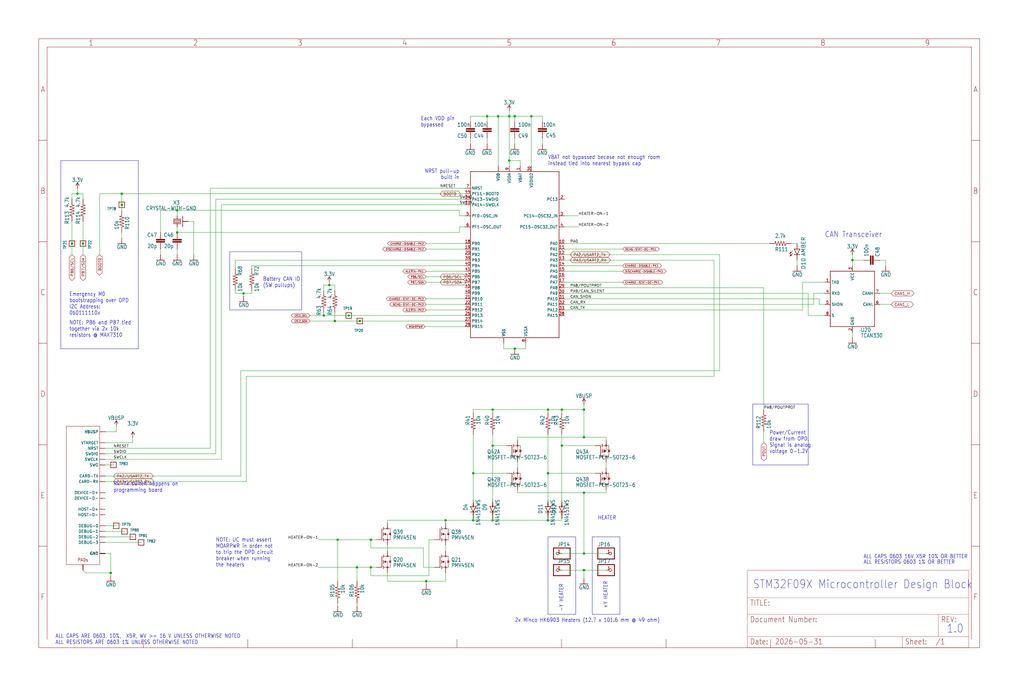
<source format=kicad_sch>
(kicad_sch (version 20230121) (generator eeschema)
  (paper "User" 469.9 317.551)
  (junction (at 153.67 147.32))
  (junction (at 195.58 266.7))
  (junction (at 38.1 111.76))
  (junction (at 257.81 187.96))
  (junction (at 50.8 262.89))
  (junction (at 217.17 238.76))
  (junction (at 170.18 247.65))
  (junction (at 267.97 226.06))
  (junction (at 217.17 217.17))
  (junction (at 391.16 119.38))
  (junction (at 226.06 187.96))
  (junction (at 267.97 200.66))
  (junction (at 81.28 106.68))
  (junction (at 33.02 111.76))
  (junction (at 165.1 147.32))
  (junction (at 81.28 96.52))
  (junction (at 204.47 238.76))
  (junction (at 236.22 160.02))
  (junction (at 163.83 260.35))
  (junction (at 251.46 238.76))
  (junction (at 228.6 53.34))
  (junction (at 111.76 134.62))
  (junction (at 267.97 187.96))
  (junction (at 154.94 247.65))
  (junction (at 223.52 53.34))
  (junction (at 236.22 53.34))
  (junction (at 35.56 88.9))
  (junction (at 151.13 130.81))
  (junction (at 55.88 88.9))
  (junction (at 243.84 53.34))
  (junction (at 233.68 73.66))
  (junction (at 251.46 187.96))
  (junction (at 267.97 261.62))
  (junction (at 55.88 93.98))
  (junction (at 257.81 204.47))
  (junction (at 226.06 238.76))
  (junction (at 160.02 144.78))
  (junction (at 148.59 144.78))
  (junction (at 170.18 260.35))
  (junction (at 233.68 53.34))
  (junction (at 226.06 204.47))
  (junction (at 267.97 254))
  (junction (at 251.46 217.17))
  (wire (pts (xy 204.47 266.7) (xy 195.58 266.7)) (stroke (width 0.1524)))
  (wire (pts (xy 53.34 198.12) (xy 53.34 195.58)) (stroke (width 0.1524)))
  (wire (pts (xy 210.82 96.52) (xy 81.28 96.52)) (stroke (width 0.1524)))
  (wire (pts (xy 107.95 119.38) (xy 107.95 123.19)) (stroke (width 0.1524)))
  (wire (pts (xy 330.2 116.84) (xy 330.2 170.18)) (stroke (width 0.1524)))
  (wire (pts (xy 148.59 143.51) (xy 148.59 144.78)) (stroke (width 0.1524)))
  (wire (pts (xy 259.08 114.3) (xy 285.75 114.3)) (stroke (width 0.1524)))
  (wire (pts (xy 81.28 106.68) (xy 81.28 104.14)) (stroke (width 0.1524)))
  (wire (pts (xy 213.36 139.7) (xy 195.58 139.7)) (stroke (width 0.1524)))
  (wire (pts (xy 251.46 199.39) (xy 251.46 217.17)) (stroke (width 0.1524)))
  (wire (pts (xy 226.06 187.96) (xy 251.46 187.96)) (stroke (width 0.1524)))
  (wire (pts (xy 160.02 144.78) (xy 148.59 144.78)) (stroke (width 0.1524)))
  (wire (pts (xy 226.06 236.22) (xy 226.06 238.76)) (stroke (width 0.1524)))
  (wire (pts (xy 204.47 240.03) (xy 204.47 238.76)) (stroke (width 0.1524)))
  (wire (pts (xy 33.02 88.9) (xy 35.56 88.9)) (stroke (width 0.1524)))
  (wire (pts (xy 170.18 251.46) (xy 170.18 247.65)) (stroke (width 0.1524)))
  (wire (pts (xy 177.8 266.7) (xy 177.8 262.89)) (stroke (width 0.1524)))
  (wire (pts (xy 154.94 278.13) (xy 154.94 276.86)) (stroke (width 0.1524)))
  (wire (pts (xy 99.06 208.28) (xy 99.06 91.44)) (stroke (width 0.1524)))
  (wire (pts (xy 48.26 203.2) (xy 60.96 203.2)) (stroke (width 0.1524)))
  (polyline (pts (xy 138.43 142.24) (xy 105.41 142.24)) (stroke (width 0.1524) (type solid)))
  (wire (pts (xy 73.66 106.68) (xy 73.66 96.52)) (stroke (width 0.1524)))
  (wire (pts (xy 368.3 129.54) (xy 368.3 142.24)) (stroke (width 0.1524)))
  (wire (pts (xy 257.81 187.96) (xy 267.97 187.96)) (stroke (width 0.1524)))
  (polyline (pts (xy 63.5 73.66) (xy 27.94 73.66)) (stroke (width 0.1524) (type solid)))
  (wire (pts (xy 236.22 63.5) (xy 236.22 66.04)) (stroke (width 0.1524)))
  (wire (pts (xy 170.18 260.35) (xy 163.83 260.35)) (stroke (width 0.1524)))
  (wire (pts (xy 154.94 247.65) (xy 170.18 247.65)) (stroke (width 0.1524)))
  (wire (pts (xy 213.36 129.54) (xy 195.58 129.54)) (stroke (width 0.1524)))
  (wire (pts (xy 213.36 144.78) (xy 160.02 144.78)) (stroke (width 0.1524)))
  (wire (pts (xy 154.94 247.65) (xy 146.05 247.65)) (stroke (width 0.1524)))
  (wire (pts (xy 278.13 214.63) (xy 278.13 212.09)) (stroke (width 0.1524)))
  (wire (pts (xy 110.49 218.44) (xy 48.26 218.44)) (stroke (width 0.1524)))
  (wire (pts (xy 111.76 135.89) (xy 111.76 134.62)) (stroke (width 0.1524)))
  (wire (pts (xy 257.81 204.47) (xy 257.81 199.39)) (stroke (width 0.1524)))
  (wire (pts (xy 210.82 104.14) (xy 210.82 106.68)) (stroke (width 0.1524)))
  (wire (pts (xy 115.57 123.19) (xy 115.57 121.92)) (stroke (width 0.1524)))
  (wire (pts (xy 151.13 130.81) (xy 153.67 130.81)) (stroke (width 0.1524)))
  (polyline (pts (xy 138.43 115.57) (xy 138.43 142.24)) (stroke (width 0.1524) (type solid)))
  (wire (pts (xy 330.2 170.18) (xy 110.49 170.18)) (stroke (width 0.1524)))
  (wire (pts (xy 267.97 254) (xy 278.13 254)) (stroke (width 0.1524)))
  (wire (pts (xy 64.77 248.92) (xy 48.26 248.92)) (stroke (width 0.1524)))
  (wire (pts (xy 196.85 247.65) (xy 196.85 264.16)) (stroke (width 0.1524)))
  (wire (pts (xy 365.76 119.38) (xy 365.76 121.92)) (stroke (width 0.1524)))
  (wire (pts (xy 391.16 119.38) (xy 391.16 116.84)) (stroke (width 0.1524)))
  (wire (pts (xy 217.17 238.76) (xy 226.06 238.76)) (stroke (width 0.1524)))
  (polyline (pts (xy 271.78 281.94) (xy 284.48 281.94)) (stroke (width 0.1524) (type solid)))
  (wire (pts (xy 38.1 261.62) (xy 39.37 262.89)) (stroke (width 0.1524)))
  (wire (pts (xy 73.66 116.84) (xy 73.66 114.3)) (stroke (width 0.1524)))
  (polyline (pts (xy 370.84 213.36) (xy 370.84 185.42)) (stroke (width 0.1524) (type solid)))
  (wire (pts (xy 226.06 204.47) (xy 226.06 199.39)) (stroke (width 0.1524)))
  (wire (pts (xy 238.76 73.66) (xy 233.68 73.66)) (stroke (width 0.1524)))
  (wire (pts (xy 391.16 121.92) (xy 391.16 119.38)) (stroke (width 0.1524)))
  (wire (pts (xy 165.1 147.32) (xy 153.67 147.32)) (stroke (width 0.1524)))
  (wire (pts (xy 39.37 262.89) (xy 50.8 262.89)) (stroke (width 0.1524)))
  (wire (pts (xy 38.1 88.9) (xy 38.1 91.44)) (stroke (width 0.1524)))
  (wire (pts (xy 163.83 278.13) (xy 163.83 276.86)) (stroke (width 0.1524)))
  (wire (pts (xy 278.13 226.06) (xy 278.13 224.79)) (stroke (width 0.1524)))
  (wire (pts (xy 391.16 119.38) (xy 396.24 119.38)) (stroke (width 0.1524)))
  (wire (pts (xy 350.52 132.08) (xy 259.08 132.08)) (stroke (width 0.1524)))
  (wire (pts (xy 213.36 142.24) (xy 195.58 142.24)) (stroke (width 0.1524)))
  (wire (pts (xy 195.072 149.86) (xy 213.36 149.86)) (stroke (width 0.1524)))
  (wire (pts (xy 378.46 129.54) (xy 368.3 129.54)) (stroke (width 0.1524)))
  (wire (pts (xy 215.9 53.34) (xy 223.52 53.34)) (stroke (width 0.1524)))
  (wire (pts (xy 55.88 96.52) (xy 55.88 93.98)) (stroke (width 0.1524)))
  (wire (pts (xy 170.18 264.16) (xy 170.18 260.35)) (stroke (width 0.1524)))
  (wire (pts (xy 350.52 187.96) (xy 350.52 132.08)) (stroke (width 0.1524)))
  (wire (pts (xy 213.36 137.16) (xy 195.58 137.16)) (stroke (width 0.1524)))
  (wire (pts (xy 236.22 160.02) (xy 231.14 160.02)) (stroke (width 0.1524)))
  (wire (pts (xy 213.36 111.76) (xy 195.58 111.76)) (stroke (width 0.1524)))
  (polyline (pts (xy 264.16 281.94) (xy 264.16 246.38)) (stroke (width 0.1524) (type solid)))
  (wire (pts (xy 257.81 189.23) (xy 257.81 187.96)) (stroke (width 0.1524)))
  (wire (pts (xy 115.57 134.62) (xy 115.57 133.35)) (stroke (width 0.1524)))
  (wire (pts (xy 248.92 66.04) (xy 248.92 63.5)) (stroke (width 0.1524)))
  (wire (pts (xy 213.36 104.14) (xy 210.82 104.14)) (stroke (width 0.1524)))
  (wire (pts (xy 259.08 121.92) (xy 285.75 121.92)) (stroke (width 0.1524)))
  (wire (pts (xy 267.97 265.43) (xy 267.97 261.62)) (stroke (width 0.1524)))
  (wire (pts (xy 251.46 217.17) (xy 273.05 217.17)) (stroke (width 0.1524)))
  (wire (pts (xy 153.67 130.81) (xy 153.67 133.35)) (stroke (width 0.1524)))
  (polyline (pts (xy 264.16 246.38) (xy 251.46 246.38)) (stroke (width 0.1524) (type solid)))
  (polyline (pts (xy 284.48 246.38) (xy 271.78 246.38)) (stroke (width 0.1524) (type solid)))
  (wire (pts (xy 228.6 76.2) (xy 228.6 53.34)) (stroke (width 0.1524)))
  (wire (pts (xy 217.17 187.96) (xy 217.17 189.23)) (stroke (width 0.1524)))
  (wire (pts (xy 170.18 264.16) (xy 196.85 264.16)) (stroke (width 0.1524)))
  (wire (pts (xy 48.26 198.12) (xy 53.34 198.12)) (stroke (width 0.1524)))
  (wire (pts (xy 107.95 133.35) (xy 107.95 134.62)) (stroke (width 0.1524)))
  (wire (pts (xy 236.22 53.34) (xy 233.68 53.34)) (stroke (width 0.1524)))
  (wire (pts (xy 406.4 119.38) (xy 406.4 121.92)) (stroke (width 0.1524)))
  (wire (pts (xy 99.06 208.28) (xy 48.26 208.28)) (stroke (width 0.1524)))
  (wire (pts (xy 391.16 154.94) (xy 391.16 152.4)) (stroke (width 0.1524)))
  (polyline (pts (xy 284.48 281.94) (xy 284.48 246.38)) (stroke (width 0.1524) (type solid)))
  (wire (pts (xy 115.57 121.92) (xy 213.36 121.92)) (stroke (width 0.1524)))
  (wire (pts (xy 38.1 116.84) (xy 38.1 111.76)) (stroke (width 0.1524)))
  (wire (pts (xy 50.8 254) (xy 50.8 262.89)) (stroke (width 0.1524)))
  (wire (pts (xy 213.36 147.32) (xy 165.1 147.32)) (stroke (width 0.1524)))
  (wire (pts (xy 257.81 254) (xy 267.97 254)) (stroke (width 0.1524)))
  (wire (pts (xy 195.58 267.97) (xy 195.58 266.7)) (stroke (width 0.1524)))
  (wire (pts (xy 248.92 53.34) (xy 248.92 55.88)) (stroke (width 0.1524)))
  (wire (pts (xy 403.86 119.38) (xy 406.4 119.38)) (stroke (width 0.1524)))
  (wire (pts (xy 363.22 111.76) (xy 365.76 111.76)) (stroke (width 0.1524)))
  (wire (pts (xy 259.08 119.38) (xy 327.66 119.38)) (stroke (width 0.1524)))
  (wire (pts (xy 236.22 160.02) (xy 241.3 160.02)) (stroke (width 0.1524)))
  (wire (pts (xy 215.9 63.5) (xy 215.9 66.04)) (stroke (width 0.1524)))
  (wire (pts (xy 232.41 217.17) (xy 217.17 217.17)) (stroke (width 0.1524)))
  (wire (pts (xy 99.06 91.44) (xy 213.36 91.44)) (stroke (width 0.1524)))
  (wire (pts (xy 267.97 200.66) (xy 267.97 187.96)) (stroke (width 0.1524)))
  (wire (pts (xy 251.46 231.14) (xy 251.46 217.17)) (stroke (width 0.1524)))
  (wire (pts (xy 52.07 213.36) (xy 48.26 213.36)) (stroke (width 0.1524)))
  (wire (pts (xy 101.6 210.82) (xy 48.26 210.82)) (stroke (width 0.1524)))
  (wire (pts (xy 373.38 134.62) (xy 373.38 139.7)) (stroke (width 0.1524)))
  (wire (pts (xy 199.39 247.65) (xy 196.85 247.65)) (stroke (width 0.1524)))
  (polyline (pts (xy 345.44 185.42) (xy 345.44 213.36)) (stroke (width 0.1524) (type solid)))
  (polyline (pts (xy 251.46 281.94) (xy 264.16 281.94)) (stroke (width 0.1524) (type solid)))
  (wire (pts (xy 60.96 203.2) (xy 60.96 200.66)) (stroke (width 0.1524)))
  (wire (pts (xy 327.66 119.38) (xy 327.66 172.72)) (stroke (width 0.1524)))
  (wire (pts (xy 237.49 201.93) (xy 237.49 200.66)) (stroke (width 0.1524)))
  (wire (pts (xy 195.58 266.7) (xy 177.8 266.7)) (stroke (width 0.1524)))
  (wire (pts (xy 259.08 111.76) (xy 353.06 111.76)) (stroke (width 0.1524)))
  (wire (pts (xy 177.8 238.76) (xy 204.47 238.76)) (stroke (width 0.1524)))
  (wire (pts (xy 237.49 200.66) (xy 267.97 200.66)) (stroke (width 0.1524)))
  (wire (pts (xy 170.18 251.46) (xy 194.31 251.46)) (stroke (width 0.1524)))
  (wire (pts (xy 50.8 262.89) (xy 50.8 264.16)) (stroke (width 0.1524)))
  (wire (pts (xy 259.08 129.54) (xy 285.75 129.54)) (stroke (width 0.1524)))
  (wire (pts (xy 204.47 262.89) (xy 204.47 266.7)) (stroke (width 0.1524)))
  (wire (pts (xy 55.88 93.98) (xy 55.88 88.9)) (stroke (width 0.1524)))
  (wire (pts (xy 215.9 55.88) (xy 215.9 53.34)) (stroke (width 0.1524)))
  (wire (pts (xy 35.56 88.9) (xy 38.1 88.9)) (stroke (width 0.1524)))
  (wire (pts (xy 259.08 142.24) (xy 368.3 142.24)) (stroke (width 0.1524)))
  (wire (pts (xy 81.28 96.52) (xy 81.28 99.06)) (stroke (width 0.1524)))
  (wire (pts (xy 232.41 204.47) (xy 226.06 204.47)) (stroke (width 0.1524)))
  (wire (pts (xy 73.66 96.52) (xy 81.28 96.52)) (stroke (width 0.1524)))
  (wire (pts (xy 375.92 137.16) (xy 259.08 137.16)) (stroke (width 0.1524)))
  (wire (pts (xy 48.26 246.38) (xy 60.96 246.38)) (stroke (width 0.1524)))
  (wire (pts (xy 259.08 124.46) (xy 285.75 124.46)) (stroke (width 0.1524)))
  (wire (pts (xy 213.36 127) (xy 195.58 127)) (stroke (width 0.1524)))
  (wire (pts (xy 172.72 247.65) (xy 170.18 247.65)) (stroke (width 0.1524)))
  (wire (pts (xy 267.97 226.06) (xy 278.13 226.06)) (stroke (width 0.1524)))
  (polyline (pts (xy 105.41 142.24) (xy 105.41 115.57)) (stroke (width 0.1524) (type solid)))
  (wire (pts (xy 151.13 129.54) (xy 151.13 130.81)) (stroke (width 0.1524)))
  (wire (pts (xy 57.15 243.84) (xy 48.26 243.84)) (stroke (width 0.1524)))
  (wire (pts (xy 259.08 99.06) (xy 265.43 99.06)) (stroke (width 0.1524)))
  (wire (pts (xy 33.02 91.44) (xy 33.02 88.9)) (stroke (width 0.1524)))
  (wire (pts (xy 101.6 93.98) (xy 213.36 93.98)) (stroke (width 0.1524)))
  (wire (pts (xy 236.22 55.88) (xy 236.22 53.34)) (stroke (width 0.1524)))
  (wire (pts (xy 210.82 106.68) (xy 81.28 106.68)) (stroke (width 0.1524)))
  (wire (pts (xy 113.03 172.72) (xy 113.03 220.98)) (stroke (width 0.1524)))
  (wire (pts (xy 55.88 88.9) (xy 45.72 88.9)) (stroke (width 0.1524)))
  (wire (pts (xy 148.59 133.35) (xy 148.59 130.81)) (stroke (width 0.1524)))
  (wire (pts (xy 55.88 106.68) (xy 55.88 109.22)) (stroke (width 0.1524)))
  (polyline (pts (xy 27.94 160.02) (xy 63.5 160.02)) (stroke (width 0.1524) (type solid)))
  (wire (pts (xy 153.67 147.32) (xy 142.24 147.32)) (stroke (width 0.1524)))
  (wire (pts (xy 403.86 134.62) (xy 408.94 134.62)) (stroke (width 0.1524)))
  (wire (pts (xy 241.3 160.02) (xy 241.3 157.48)) (stroke (width 0.1524)))
  (wire (pts (xy 257.81 204.47) (xy 257.81 231.14)) (stroke (width 0.1524)))
  (wire (pts (xy 96.52 86.36) (xy 96.52 205.74)) (stroke (width 0.1524)))
  (wire (pts (xy 88.9 116.84) (xy 88.9 101.6)) (stroke (width 0.1524)))
  (wire (pts (xy 204.47 250.19) (xy 204.47 252.73)) (stroke (width 0.1524)))
  (wire (pts (xy 48.26 254) (xy 50.8 254)) (stroke (width 0.1524)))
  (wire (pts (xy 110.49 170.18) (xy 110.49 218.44)) (stroke (width 0.1524)))
  (wire (pts (xy 170.18 260.35) (xy 172.72 260.35)) (stroke (width 0.1524)))
  (wire (pts (xy 257.81 261.62) (xy 267.97 261.62)) (stroke (width 0.1524)))
  (wire (pts (xy 370.84 134.62) (xy 370.84 144.78)) (stroke (width 0.1524)))
  (wire (pts (xy 153.67 143.51) (xy 153.67 147.32)) (stroke (width 0.1524)))
  (wire (pts (xy 226.06 204.47) (xy 226.06 231.14)) (stroke (width 0.1524)))
  (wire (pts (xy 217.17 217.17) (xy 217.17 231.14)) (stroke (width 0.1524)))
  (wire (pts (xy 213.36 124.46) (xy 195.58 124.46)) (stroke (width 0.1524)))
  (wire (pts (xy 81.28 116.84) (xy 81.28 114.3)) (stroke (width 0.1524)))
  (wire (pts (xy 251.46 236.22) (xy 251.46 238.76)) (stroke (width 0.1524)))
  (wire (pts (xy 243.84 53.34) (xy 236.22 53.34)) (stroke (width 0.1524)))
  (wire (pts (xy 267.97 226.06) (xy 267.97 254)) (stroke (width 0.1524)))
  (wire (pts (xy 373.38 139.7) (xy 259.08 139.7)) (stroke (width 0.1524)))
  (wire (pts (xy 33.02 116.84) (xy 33.02 111.76)) (stroke (width 0.1524)))
  (wire (pts (xy 251.46 187.96) (xy 257.81 187.96)) (stroke (width 0.1524)))
  (wire (pts (xy 96.52 86.36) (xy 213.36 86.36)) (stroke (width 0.1524)))
  (wire (pts (xy 217.17 236.22) (xy 217.17 238.76)) (stroke (width 0.1524)))
  (wire (pts (xy 233.68 53.34) (xy 233.68 50.8)) (stroke (width 0.1524)))
  (wire (pts (xy 111.76 134.62) (xy 115.57 134.62)) (stroke (width 0.1524)))
  (wire (pts (xy 278.13 200.66) (xy 278.13 201.93)) (stroke (width 0.1524)))
  (wire (pts (xy 259.08 134.62) (xy 370.84 134.62)) (stroke (width 0.1524)))
  (wire (pts (xy 233.68 76.2) (xy 233.68 73.66)) (stroke (width 0.1524)))
  (wire (pts (xy 48.26 241.3) (xy 53.34 241.3)) (stroke (width 0.1524)))
  (wire (pts (xy 257.81 238.76) (xy 257.81 236.22)) (stroke (width 0.1524)))
  (wire (pts (xy 226.06 189.23) (xy 226.06 187.96)) (stroke (width 0.1524)))
  (wire (pts (xy 237.49 226.06) (xy 267.97 226.06)) (stroke (width 0.1524)))
  (wire (pts (xy 204.47 238.76) (xy 217.17 238.76)) (stroke (width 0.1524)))
  (wire (pts (xy 370.84 144.78) (xy 378.46 144.78)) (stroke (width 0.1524)))
  (wire (pts (xy 223.52 66.04) (xy 223.52 63.5)) (stroke (width 0.1524)))
  (wire (pts (xy 113.03 220.98) (xy 48.26 220.98)) (stroke (width 0.1524)))
  (wire (pts (xy 378.46 134.62) (xy 373.38 134.62)) (stroke (width 0.1524)))
  (wire (pts (xy 213.36 114.3) (xy 195.58 114.3)) (stroke (width 0.1524)))
  (wire (pts (xy 45.72 88.9) (xy 45.72 116.84)) (stroke (width 0.1524)))
  (wire (pts (xy 223.52 53.34) (xy 228.6 53.34)) (stroke (width 0.1524)))
  (wire (pts (xy 267.97 200.66) (xy 278.13 200.66)) (stroke (width 0.1524)))
  (wire (pts (xy 273.05 204.47) (xy 257.81 204.47)) (stroke (width 0.1524)))
  (wire (pts (xy 243.84 53.34) (xy 243.84 76.2)) (stroke (width 0.1524)))
  (wire (pts (xy 251.46 189.23) (xy 251.46 187.96)) (stroke (width 0.1524)))
  (polyline (pts (xy 63.5 160.02) (xy 63.5 73.66)) (stroke (width 0.1524) (type solid)))
  (wire (pts (xy 350.52 198.12) (xy 350.52 203.2)) (stroke (width 0.1524)))
  (wire (pts (xy 148.59 144.78) (xy 142.24 144.78)) (stroke (width 0.1524)))
  (polyline (pts (xy 251.46 246.38) (xy 251.46 281.94)) (stroke (width 0.1524) (type solid)))
  (wire (pts (xy 228.6 53.34) (xy 233.68 53.34)) (stroke (width 0.1524)))
  (wire (pts (xy 259.08 116.84) (xy 330.2 116.84)) (stroke (width 0.1524)))
  (wire (pts (xy 213.36 119.38) (xy 107.95 119.38)) (stroke (width 0.1524)))
  (wire (pts (xy 107.95 134.62) (xy 111.76 134.62)) (stroke (width 0.1524)))
  (polyline (pts (xy 105.41 115.57) (xy 138.43 115.57)) (stroke (width 0.1524) (type solid)))
  (wire (pts (xy 213.36 88.9) (xy 55.88 88.9)) (stroke (width 0.1524)))
  (polyline (pts (xy 271.78 246.38) (xy 271.78 281.94)) (stroke (width 0.1524) (type solid)))
  (wire (pts (xy 210.82 99.06) (xy 210.82 96.52)) (stroke (width 0.1524)))
  (wire (pts (xy 35.56 88.9) (xy 35.56 86.36)) (stroke (width 0.1524)))
  (wire (pts (xy 217.17 217.17) (xy 217.17 199.39)) (stroke (width 0.1524)))
  (wire (pts (xy 403.86 139.7) (xy 408.94 139.7)) (stroke (width 0.1524)))
  (wire (pts (xy 101.6 210.82) (xy 101.6 93.98)) (stroke (width 0.1524)))
  (polyline (pts (xy 345.44 213.36) (xy 370.84 213.36)) (stroke (width 0.1524) (type solid)))
  (wire (pts (xy 223.52 55.88) (xy 223.52 53.34)) (stroke (width 0.1524)))
  (wire (pts (xy 163.83 260.35) (xy 146.05 260.35)) (stroke (width 0.1524)))
  (wire (pts (xy 226.06 238.76) (xy 251.46 238.76)) (stroke (width 0.1524)))
  (wire (pts (xy 259.08 104.14) (xy 265.43 104.14)) (stroke (width 0.1524)))
  (wire (pts (xy 88.9 101.6) (xy 86.36 101.6)) (stroke (width 0.1524)))
  (wire (pts (xy 238.76 76.2) (xy 238.76 73.66)) (stroke (width 0.1524)))
  (wire (pts (xy 33.02 111.76) (xy 33.02 101.6)) (stroke (width 0.1524)))
  (wire (pts (xy 213.36 99.06) (xy 210.82 99.06)) (stroke (width 0.1524)))
  (wire (pts (xy 199.39 260.35) (xy 194.31 260.35)) (stroke (width 0.1524)))
  (wire (pts (xy 177.8 240.03) (xy 177.8 238.76)) (stroke (width 0.1524)))
  (wire (pts (xy 237.49 224.79) (xy 237.49 226.06)) (stroke (width 0.1524)))
  (wire (pts (xy 251.46 238.76) (xy 257.81 238.76)) (stroke (width 0.1524)))
  (wire (pts (xy 378.46 139.7) (xy 375.92 139.7)) (stroke (width 0.1524)))
  (wire (pts (xy 233.68 73.66) (xy 233.68 53.34)) (stroke (width 0.1524)))
  (wire (pts (xy 226.06 187.96) (xy 217.17 187.96)) (stroke (width 0.1524)))
  (wire (pts (xy 154.94 247.65) (xy 154.94 266.7)) (stroke (width 0.1524)))
  (wire (pts (xy 194.31 260.35) (xy 194.31 251.46)) (stroke (width 0.1524)))
  (wire (pts (xy 267.97 261.62) (xy 278.13 261.62)) (stroke (width 0.1524)))
  (wire (pts (xy 375.92 139.7) (xy 375.92 137.16)) (stroke (width 0.1524)))
  (wire (pts (xy 237.49 212.09) (xy 237.49 214.63)) (stroke (width 0.1524)))
  (wire (pts (xy 163.83 260.35) (xy 163.83 266.7)) (stroke (width 0.1524)))
  (wire (pts (xy 38.1 111.76) (xy 38.1 101.6)) (stroke (width 0.1524)))
  (wire (pts (xy 177.8 250.19) (xy 177.8 252.73)) (stroke (width 0.1524)))
  (wire (pts (xy 231.14 160.02) (xy 231.14 157.48)) (stroke (width 0.1524)))
  (wire (pts (xy 48.26 205.74) (xy 96.52 205.74)) (stroke (width 0.1524)))
  (wire (pts (xy 267.97 187.96) (xy 267.97 185.42)) (stroke (width 0.1524)))
  (wire (pts (xy 327.66 172.72) (xy 113.03 172.72)) (stroke (width 0.1524)))
  (polyline (pts (xy 370.84 185.42) (xy 345.44 185.42)) (stroke (width 0.1524) (type solid)))
  (wire (pts (xy 243.84 53.34) (xy 248.92 53.34)) (stroke (width 0.1524)))
  (polyline (pts (xy 27.94 73.66) (xy 27.94 160.02)) (stroke (width 0.1524) (type solid)))
  (wire (pts (xy 148.59 130.81) (xy 151.13 130.81)) (stroke (width 0.1524)))
  (text "HEATER" (at 274.32 238.76 0) (effects (font (size 1.778 1.5113)) (justify left bottom)))
  (text "NOTE: PB6 and PB7 tied\ntogether via 2x 10k\nresistors @ MAX7310~{}" (at 31.75 154.94 0) (effects (font (size 1.778 1.5113)) (justify left bottom)))
  (text "NOTE: UC must assert\nMOARPWR in order not\nto trip the OPD circuit\nbreaker when running\nthe heaters~{}" (at 99.06 260.35 0) (effects (font (size 1.778 1.5113)) (justify left bottom)))
  (text "CAN Transceiver" (at 378.46 109.22 0) (effects (font (size 2.54 2.159)) (justify left bottom)))
  (text "2x Minco HK6903 Heaters (12.7 x 101.6 mm @ 49 ohm)" (at 236.22 285.75 0) (effects (font (size 1.778 1.5113)) (justify left bottom)))
  (text "+Y HEATER" (at 276.86 266.7 90) (effects (font (size 1.778 1.5113)) (justify right top)))
  (text "Each VDD pin\nbypassed" (at 193.04 58.42 0) (effects (font (size 1.778 1.5113)) (justify left bottom)))
  (text "ALL CAPS 0603 16V X5R 10% OR BETTER" (at 396.24 256.54 0) (effects (font (size 1.778 1.5113)) (justify left bottom)))
  (text "ALL CAPS ARE 0603, 10%,  X5R, WV >= 16 V UNLESS OTHERWISE NOTED\nALL RESISTORS ARE 0603 1% UNLESS OTHERWISE NOTED" (at 25.4 295.91 0) (effects (font (size 1.778 1.5113)) (justify left bottom)))
  (text "1.0" (at 434.34 290.83 0) (effects (font (size 3.81 3.2385)) (justify left bottom)))
  (text "Battery CAN ID\n(SW pullups~{})" (at 120.65 132.08 0) (effects (font (size 1.778 1.5113)) (justify left bottom)))
  (text "-Y HEATER" (at 256.54 267.97 90) (effects (font (size 1.778 1.5113)) (justify right top)))
  (text "Rx-Tx switch happens on\nprogramming board" (at 52.07 226.06 0) (effects (font (size 1.778 1.5113)) (justify left bottom)))
  (text "Power/Current\ndraw from OPD.\nSignal is analog\nvoltage 0-1.2V" (at 353.06 208.28 0) (effects (font (size 1.778 1.5113)) (justify left bottom)))
  (text "NRST pull-up\nbuilt in" (at 210.82 82.55 0) (effects (font (size 1.778 1.5113)) (justify right bottom)))
  (text "STM32F09X Microcontroller Design Block" (at 345.44 270.51 0) (effects (font (size 3.81 3.2385)) (justify left bottom)))
  (text "VBAT not bypassed becase not enough room\ninstead tied into nearest bypass cap" (at 251.46 76.2 0) (effects (font (size 1.778 1.5113)) (justify left bottom)))
  (text "Emergency M0\nbootstrapping over OPD\nI2C Address:\n0b0111110x" (at 31.75 144.78 0) (effects (font (size 1.778 1.5113)) (justify left bottom)))
  (text "ALL RESISTORS 0603 1% OR BETTER" (at 396.24 259.08 0) (effects (font (size 1.778 1.5113)) (justify left bottom)))
  (label "PA9/CAN_SILENT" (at 261.62 134.62 0) (effects (font (size 1.2446 1.2446))))
  (label "CAN_SHDN" (at 261.62 137.16 0) (effects (font (size 1.2446 1.2446))))
  (label "PA8/POUTPROT" (at 350.52 187.96 0) (effects (font (size 1.2446 1.2446))))
  (label "SWDIO" (at 52.07 208.28 0) (effects (font (size 1.2446 1.2446))))
  (label "CAN_RX" (at 261.62 139.7 0) (effects (font (size 1.2446 1.2446))))
  (label "NRESET" (at 201.93 86.36 0) (effects (font (size 1.2446 1.2446))))
  (label "PA0" (at 261.62 111.76 0) (effects (font (size 1.2446 1.2446))))
  (label "SWCLK" (at 210.82 93.98 0) (effects (font (size 1.2446 1.2446))))
  (label "HEATER-ON-1" (at 265.43 99.06 0) (effects (font (size 1.2446 1.2446))))
  (label "SWDIO" (at 210.82 91.44 0) (effects (font (size 1.2446 1.2446))))
  (label "SWCLK" (at 52.07 210.82 0) (effects (font (size 1.2446 1.2446))))
  (label "HEATER-ON-2" (at 265.43 104.14 0) (effects (font (size 1.2446 1.2446))))
  (label "CAN_TX" (at 261.62 142.24 0) (effects (font (size 1.2446 1.2446))))
  (label "NRESET" (at 52.07 205.74 0) (effects (font (size 1.2446 1.2446))))
  (label "HEATER-ON-2" (at 146.05 260.35 180) (effects (font (size 1.2446 1.2446))))
  (label "HEATER-ON-1" (at 146.05 247.65 180) (effects (font (size 1.2446 1.2446))))
  (label "PA8/POUTPROT" (at 261.62 132.08 0) (effects (font (size 1.2446 1.2446))))
  (global_label "PA3/USART2_RX" (shape bidirectional) (at 261.62 119.38 0) (effects (font (size 1.2446 1.2446))) (property "Intersheetrefs" "${INTERSHEET_REFS}" (effects hide)))
  (global_label "CAN1_H" (shape bidirectional) (at 408.94 134.62 0) (effects (font (size 1.2446 1.2446))) (property "Intersheetrefs" "${INTERSHEET_REFS}" (effects hide)))
  (global_label "PB7/SDA" (shape bidirectional) (at 38.1 116.84 270) (effects (font (size 1.2446 1.2446))) (property "Intersheetrefs" "${INTERSHEET_REFS}" (effects hide)))
  (global_label "DISCHARGE-DISABLE-PK1" (shape bidirectional) (at 285.75 124.46 0) (effects (font (size 0.889 0.889))) (property "Intersheetrefs" "${INTERSHEET_REFS}" (effects hide)))
  (global_label "PA3/USART2_RX" (shape bidirectional) (at 52.07 220.98 0) (effects (font (size 1.2446 1.2446))) (property "Intersheetrefs" "${INTERSHEET_REFS}" (effects hide)))
  (global_label "CHARGE-DISABLE-PK2" (shape bidirectional) (at 195.58 111.76 180) (effects (font (size 0.889 0.889))) (property "Intersheetrefs" "${INTERSHEET_REFS}" (effects hide)))
  (global_label "DCHG-STAT-OC-PK1" (shape bidirectional) (at 285.75 114.3 0) (effects (font (size 0.889 0.889))) (property "Intersheetrefs" "${INTERSHEET_REFS}" (effects hide)))
  (global_label "PB6/SCL" (shape bidirectional) (at 195.58 127 180) (effects (font (size 0.889 0.889))) (property "Intersheetrefs" "${INTERSHEET_REFS}" (effects hide)))
  (global_label "PA2/USART2_TX" (shape bidirectional) (at 52.07 218.44 0) (effects (font (size 1.2446 1.2446))) (property "Intersheetrefs" "${INTERSHEET_REFS}" (effects hide)))
  (global_label "CHARGE-STAT-OC-PK1" (shape bidirectional) (at 285.75 129.54 0) (effects (font (size 0.889 0.889))) (property "Intersheetrefs" "${INTERSHEET_REFS}" (effects hide)))
  (global_label "PB7/SDA" (shape bidirectional) (at 201.93 129.54 0) (effects (font (size 1.2446 1.2446))) (property "Intersheetrefs" "${INTERSHEET_REFS}" (effects hide)))
  (global_label "I2C2_SCL" (shape bidirectional) (at 142.24 144.78 180) (effects (font (size 0.889 0.889))) (property "Intersheetrefs" "${INTERSHEET_REFS}" (effects hide)))
  (global_label "BOOT0" (shape bidirectional) (at 201.93 88.9 0) (effects (font (size 1.2446 1.2446))) (property "Intersheetrefs" "${INTERSHEET_REFS}" (effects hide)))
  (global_label "I2C2_SDA" (shape bidirectional) (at 142.24 147.32 180) (effects (font (size 0.889 0.889))) (property "Intersheetrefs" "${INTERSHEET_REFS}" (effects hide)))
  (global_label "PB6/SCL" (shape bidirectional) (at 201.93 127 0) (effects (font (size 1.2446 1.2446))) (property "Intersheetrefs" "${INTERSHEET_REFS}" (effects hide)))
  (global_label "BOOT0" (shape bidirectional) (at 45.72 116.84 270) (effects (font (size 1.2446 1.2446))) (property "Intersheetrefs" "${INTERSHEET_REFS}" (effects hide)))
  (global_label "POUT" (shape bidirectional) (at 350.52 203.2 270) (effects (font (size 1.2446 1.2446))) (property "Intersheetrefs" "${INTERSHEET_REFS}" (effects hide)))
  (global_label "PB7/SDA" (shape bidirectional) (at 195.58 129.54 180) (effects (font (size 0.889 0.889))) (property "Intersheetrefs" "${INTERSHEET_REFS}" (effects hide)))
  (global_label "ALERTA-PK2" (shape bidirectional) (at 195.58 142.24 180) (effects (font (size 0.889 0.889))) (property "Intersheetrefs" "${INTERSHEET_REFS}" (effects hide)))
  (global_label "PA2/USART2_TX" (shape bidirectional) (at 261.62 116.84 0) (effects (font (size 1.2446 1.2446))) (property "Intersheetrefs" "${INTERSHEET_REFS}" (effects hide)))
  (global_label "PB6/SCL" (shape bidirectional) (at 33.02 116.84 270) (effects (font (size 1.2446 1.2446))) (property "Intersheetrefs" "${INTERSHEET_REFS}" (effects hide)))
  (global_label "DISCHARGE-DISABLE-PK2" (shape bidirectional) (at 195.58 114.3 180) (effects (font (size 0.889 0.889))) (property "Intersheetrefs" "${INTERSHEET_REFS}" (effects hide)))
  (global_label "CHARGE-DISABLE-PK1" (shape bidirectional) (at 285.75 121.92 0) (effects (font (size 0.889 0.889))) (property "Intersheetrefs" "${INTERSHEET_REFS}" (effects hide)))
  (global_label "MOARPWR" (shape bidirectional) (at 195.072 149.86 180) (effects (font (size 0.889 0.889))) (property "Intersheetrefs" "${INTERSHEET_REFS}" (effects hide)))
  (global_label "DCHG-STAT-OC-PK2" (shape bidirectional) (at 195.58 139.7 180) (effects (font (size 0.889 0.889))) (property "Intersheetrefs" "${INTERSHEET_REFS}" (effects hide)))
  (global_label "ALERTA-PK1" (shape bidirectional) (at 195.58 124.46 180) (effects (font (size 0.889 0.889))) (property "Intersheetrefs" "${INTERSHEET_REFS}" (effects hide)))
  (global_label "CHARGE-STAT-OC-PK2" (shape bidirectional) (at 195.58 137.16 180) (effects (font (size 0.889 0.889))) (property "Intersheetrefs" "${INTERSHEET_REFS}" (effects hide)))
  (global_label "CAN1_L" (shape bidirectional) (at 408.94 139.7 0) (effects (font (size 1.2446 1.2446))) (property "Intersheetrefs" "${INTERSHEET_REFS}" (effects hide)))
  (symbol (lib_id "oresat-batteries-eagle-import:TEST-POINT-LARGE-SQUARE") (at 38.1 111.76 0) (mirror y) (unit 1)
    (property "Reference" "TP22" (at 41.91 114.3 90) (effects (font (size 1.27 1.0795)) (justify left top)))
    (property "Value" "TEST-POINT-LARGE-SQUARE" (effects hide))
    (property "Footprint" "oresat-batteries:1X01" (effects hide))
  )
  (symbol (lib_id "oresat-batteries-eagle-import:R-US_0603-C-NOSILK") (at 153.67 138.43 90) (unit 1)
    (property "Reference" "R64" (at 152.4 144.78 0) (effects (font (size 1.778 1.5113)) (justify left bottom)))
    (property "Value" "4.7k" (at 152.4 137.16 0) (effects (font (size 1.778 1.5113)) (justify left bottom)))
    (property "Footprint" "oresat-batteries:.0603-C-NOSILK" (effects hide))
    (property "DIS" "Digi-Key" (effects hide))
    (property "DPN" "RR08P4.7KDCT-ND" (effects hide))
    (property "MFR" "TE Connectivity" (effects hide))
    (property "MPN" "RR0816P-472-D" (effects hide))
  )
  (symbol (lib_id "oresat-batteries-eagle-import:C-EU0603-C-NOSILK") (at 215.9 60.96 0) (mirror x) (unit 1)
    (property "Reference" "C50" (at 209.804 61.341 0) (effects (font (size 1.778 1.5113)) (justify left bottom)))
    (property "Value" "100n" (at 209.804 56.261 0) (effects (font (size 1.778 1.5113)) (justify left bottom)))
    (property "Footprint" "oresat-batteries:.0603-C-NOSILK" (effects hide))
    (property "DIS" "Digi-Key" (effects hide))
    (property "DPN" "399-1099-1-ND" (effects hide))
    (property "MFR" "Samsung" (effects hide))
    (property "MPN" "C0603C104M4RACTU" (effects hide))
  )
  (symbol (lib_id "oresat-batteries-eagle-import:supply1_GND") (at 50.8 266.7 0) (mirror y) (unit 1)
    (property "Reference" "#GND099" (effects hide))
    (property "Value" "GND" (at 53.34 269.24 0) (effects (font (size 1.778 1.5113)) (justify left bottom)))
  )
  (symbol (lib_id "oresat-batteries-eagle-import:DIODE-SOD323-R") (at 226.06 233.68 90) (mirror x) (unit 1)
    (property "Reference" "D9" (at 223.52 231.14 0) (effects (font (size 1.778 1.5113)) (justify left bottom)))
    (property "Value" "1N4151WS" (at 227.33 241.3 0) (effects (font (size 1.778 1.5113)) (justify right top)))
    (property "Footprint" "oresat-batteries:SOD323-R" (effects hide))
    (property "DIS" "Digi-Key" (effects hide))
    (property "DPN" "112-1N4151WS-E3-08CT-ND" (effects hide))
    (property "MFR" "Vishay" (effects hide))
    (property "MPN" "1N4151WS-E3-08" (effects hide))
  )
  (symbol (lib_id "oresat-batteries-eagle-import:C-EU0603-C-NOSILK") (at 248.92 60.96 180) (unit 1)
    (property "Reference" "C45" (at 250.444 63.119 0) (effects (font (size 1.778 1.5113)) (justify right top)))
    (property "Value" "100n" (at 255.016 56.261 0) (effects (font (size 1.778 1.5113)) (justify left bottom)))
    (property "Footprint" "oresat-batteries:.0603-C-NOSILK" (effects hide))
    (property "DIS" "Digi-Key" (effects hide))
    (property "DPN" "399-1099-1-ND" (effects hide))
    (property "MFR" "Samsung" (effects hide))
    (property "MPN" "C0603C104M4RACTU" (effects hide))
  )
  (symbol (lib_id "oresat-batteries-eagle-import:N-MOSFET-SOT-23-3") (at 201.93 257.81 0) (unit 1)
    (property "Reference" "Q21" (at 207.01 257.81 0) (effects (font (size 1.778 1.5113)) (justify left bottom)))
    (property "Value" "PMV45EN" (at 207.01 260.35 0) (effects (font (size 1.778 1.5113)) (justify left bottom)))
    (property "Footprint" "oresat-batteries:SOT23-3" (effects hide))
  )
  (symbol (lib_id "oresat-batteries-eagle-import:supply1_GND") (at 236.22 68.58 0) (unit 1)
    (property "Reference" "#GND094" (effects hide))
    (property "Value" "GND" (at 233.68 71.12 0) (effects (font (size 1.778 1.5113)) (justify left bottom)))
  )
  (symbol (lib_id "oresat-batteries-eagle-import:3.3V") (at 391.16 116.84 0) (mirror y) (unit 1)
    (property "Reference" "#SUPPLY012" (effects hide))
    (property "Value" "3.3V" (at 391.16 114.046 0) (effects (font (size 1.778 1.5113)) (justify bottom)))
  )
  (symbol (lib_id "oresat-batteries-eagle-import:TEST-POINT-LARGE-SQUARE") (at 33.02 111.76 0) (mirror y) (unit 1)
    (property "Reference" "TP21" (at 30.48 114.3 90) (effects (font (size 1.27 1.0795)) (justify left top)))
    (property "Value" "TEST-POINT-LARGE-SQUARE" (effects hide))
    (property "Footprint" "oresat-batteries:1X01" (effects hide))
  )
  (symbol (lib_id "oresat-batteries-eagle-import:N-MOSFET-SOT-23-3") (at 201.93 245.11 0) (unit 1)
    (property "Reference" "Q38" (at 207.01 245.11 0) (effects (font (size 1.778 1.5113)) (justify left bottom)))
    (property "Value" "PMV45EN" (at 207.01 247.65 0) (effects (font (size 1.778 1.5113)) (justify left bottom)))
    (property "Footprint" "oresat-batteries:SOT23-3" (effects hide))
  )
  (symbol (lib_id "oresat-batteries-eagle-import:R-US_0603-C-NOSILK") (at 350.52 193.04 90) (unit 1)
    (property "Reference" "R112" (at 349.0214 196.85 0) (effects (font (size 1.778 1.5113)) (justify left bottom)))
    (property "Value" "10k" (at 353.822 196.85 0) (effects (font (size 1.778 1.5113)) (justify left bottom)))
    (property "Footprint" "oresat-batteries:.0603-C-NOSILK" (effects hide))
    (property "DIS" "Digi-Key" (effects hide))
    (property "DPN" "311-10.0KHRCT-ND" (effects hide))
    (property "MFR" "Yageo" (effects hide))
    (property "MPN" "RC0603FR-0710KL" (effects hide))
  )
  (symbol (lib_id "oresat-batteries-eagle-import:R-US_0603-C-NOSILK") (at 107.95 128.27 270) (unit 1)
    (property "Reference" "R68" (at 109.22 121.92 0) (effects (font (size 1.778 1.5113)) (justify left bottom)))
    (property "Value" "10k" (at 109.22 129.54 0) (effects (font (size 1.778 1.5113)) (justify left bottom)))
    (property "Footprint" "oresat-batteries:.0603-C-NOSILK" (effects hide))
    (property "DIS" "Digi-Key" (effects hide))
    (property "DPN" "RR08P4.7KDCT-ND" (effects hide))
    (property "MFR" "TE Connectivity" (effects hide))
    (property "MPN" "RR0816P-472-D" (effects hide))
  )
  (symbol (lib_id "oresat-batteries-eagle-import:supply1_GND") (at 236.22 162.56 0) (mirror y) (unit 1)
    (property "Reference" "#GND088" (effects hide))
    (property "Value" "GND" (at 238.76 165.1 0) (effects (font (size 1.778 1.5113)) (justify left bottom)))
  )
  (symbol (lib_id "oresat-batteries-eagle-import:3.3V") (at 151.13 129.54 0) (mirror y) (unit 1)
    (property "Reference" "#SUPPLY03" (effects hide))
    (property "Value" "3.3V" (at 151.13 126.746 0) (effects (font (size 1.778 1.5113)) (justify bottom)))
  )
  (symbol (lib_id "oresat-batteries-eagle-import:TEST-POINT-LARGE-SQUARE") (at 165.1 147.32 0) (mirror y) (unit 1)
    (property "Reference" "TP20" (at 162.56 152.4 0) (effects (font (size 1.27 1.0795)) (justify right bottom)))
    (property "Value" "TEST-POINT-LARGE-SQUARE" (effects hide))
    (property "Footprint" "oresat-batteries:1X01" (effects hide))
  )
  (symbol (lib_id "oresat-batteries-eagle-import:supply1_GND") (at 88.9 119.38 0) (mirror y) (unit 1)
    (property "Reference" "#GND089" (effects hide))
    (property "Value" "GND" (at 91.44 121.92 0) (effects (font (size 1.778 1.5113)) (justify left bottom)))
  )
  (symbol (lib_id "oresat-batteries-eagle-import:VBUSP") (at 267.97 185.42 0) (unit 1)
    (property "Reference" "#VBUSP03" (effects hide))
    (property "Value" "VBUSP" (at 267.97 182.626 0) (effects (font (size 1.778 1.5113)) (justify bottom)))
  )
  (symbol (lib_id "oresat-batteries-eagle-import:frames_FRAME_B_L") (at 342.9 297.18 0) (unit 2)
    (property "Reference" "#FRAME7" (effects hide))
    (property "Value" "FRAME_B_L" (effects hide))
  )
  (symbol (lib_id "oresat-batteries-eagle-import:VBUSP") (at 53.34 195.58 0) (unit 1)
    (property "Reference" "#VBUSP04" (effects hide))
    (property "Value" "VBUSP" (at 53.34 192.786 0) (effects (font (size 1.778 1.5113)) (justify bottom)))
  )
  (symbol (lib_id "oresat-batteries-eagle-import:N-MOSFET-SOT-23-3") (at 175.26 245.11 0) (unit 1)
    (property "Reference" "Q39" (at 180.34 245.11 0) (effects (font (size 1.778 1.5113)) (justify left bottom)))
    (property "Value" "PMV45EN" (at 180.34 247.65 0) (effects (font (size 1.778 1.5113)) (justify left bottom)))
    (property "Footprint" "oresat-batteries:SOT23-3" (effects hide))
  )
  (symbol (lib_id "oresat-batteries-eagle-import:C-EU0603-C-NOSILK") (at 73.66 109.22 0) (mirror y) (unit 1)
    (property "Reference" "C47" (at 72.136 108.839 0) (effects (font (size 1.778 1.5113)) (justify left bottom)))
    (property "Value" "20p" (at 72.136 113.919 0) (effects (font (size 1.778 1.5113)) (justify left bottom)))
    (property "Footprint" "oresat-batteries:.0603-C-NOSILK" (effects hide))
    (property "DIS" "Digi-Key" (effects hide))
    (property "DPN" "311-1424-1-ND" (effects hide))
    (property "MFR" "Yageo" (effects hide))
    (property "MPN" "CC0603JRNPO9BN200" (effects hide))
  )
  (symbol (lib_id "oresat-batteries-eagle-import:N-MOSFET-SOT-23-3") (at 175.26 257.81 0) (unit 1)
    (property "Reference" "Q20" (at 180.34 257.81 0) (effects (font (size 1.778 1.5113)) (justify left bottom)))
    (property "Value" "PMV45EN" (at 180.34 260.35 0) (effects (font (size 1.778 1.5113)) (justify left bottom)))
    (property "Footprint" "oresat-batteries:SOT23-3" (effects hide))
  )
  (symbol (lib_id "oresat-batteries-eagle-import:supply1_GND") (at 391.16 157.48 0) (mirror y) (unit 1)
    (property "Reference" "#GND093" (effects hide))
    (property "Value" "GND" (at 393.7 160.02 0) (effects (font (size 1.778 1.5113)) (justify left bottom)))
  )
  (symbol (lib_id "oresat-batteries-eagle-import:supply1_GND") (at 163.83 280.67 0) (mirror y) (unit 1)
    (property "Reference" "#GND031" (effects hide))
    (property "Value" "GND" (at 166.37 283.21 0) (effects (font (size 1.778 1.5113)) (justify left bottom)))
  )
  (symbol (lib_id "oresat-batteries-eagle-import:R-US_0603-C-NOSILK") (at 257.81 194.31 90) (mirror x) (unit 1)
    (property "Reference" "R43" (at 256.3114 190.5 0) (effects (font (size 1.778 1.5113)) (justify left bottom)))
    (property "Value" "10k" (at 261.112 190.5 0) (effects (font (size 1.778 1.5113)) (justify left bottom)))
    (property "Footprint" "oresat-batteries:.0603-C-NOSILK" (effects hide))
    (property "DIS" "Digi-Key" (effects hide))
    (property "DPN" "311-10.0KHRCT-ND" (effects hide))
    (property "MFR" "Yageo" (effects hide))
    (property "MPN" "RC0603FR-0710KL" (effects hide))
  )
  (symbol (lib_id "oresat-batteries-eagle-import:TCAN330") (at 391.16 137.16 0) (unit 1)
    (property "Reference" "U20" (at 394.97 152.4 0) (effects (font (size 1.778 1.5113)) (justify left bottom)))
    (property "Value" "TCAN330" (at 394.97 154.94 0) (effects (font (size 1.778 1.5113)) (justify left bottom)))
    (property "Footprint" "oresat-batteries:SOT23-8_TI-DCN" (effects hide))
    (property "DIS" "Digi-Key" (effects hide))
    (property "DPN" "296-44211-1-ND" (effects hide))
    (property "MFR" "Texas Instruments" (effects hide))
    (property "MPN" "TCAN330GDCNT" (effects hide))
  )
  (symbol (lib_id "oresat-batteries-eagle-import:C-EU0603-C-NOSILK") (at 223.52 60.96 0) (mirror x) (unit 1)
    (property "Reference" "C44" (at 217.424 61.341 0) (effects (font (size 1.778 1.5113)) (justify left bottom)))
    (property "Value" "100n" (at 217.424 56.261 0) (effects (font (size 1.778 1.5113)) (justify left bottom)))
    (property "Footprint" "oresat-batteries:.0603-C-NOSILK" (effects hide))
    (property "DIS" "Digi-Key" (effects hide))
    (property "DPN" "399-1099-1-ND" (effects hide))
    (property "MFR" "Samsung" (effects hide))
    (property "MPN" "C0603C104M4RACTU" (effects hide))
  )
  (symbol (lib_id "oresat-batteries-eagle-import:R-US_0603-C-NOSILK") (at 226.06 194.31 90) (mirror x) (unit 1)
    (property "Reference" "R40" (at 224.5614 190.5 0) (effects (font (size 1.778 1.5113)) (justify left bottom)))
    (property "Value" "10k" (at 229.362 190.5 0) (effects (font (size 1.778 1.5113)) (justify left bottom)))
    (property "Footprint" "oresat-batteries:.0603-C-NOSILK" (effects hide))
    (property "DIS" "Digi-Key" (effects hide))
    (property "DPN" "311-10.0KHRCT-ND" (effects hide))
    (property "MFR" "Yageo" (effects hide))
    (property "MPN" "RC0603FR-0710KL" (effects hide))
  )
  (symbol (lib_id "oresat-batteries-eagle-import:Q-MOSFET-PCH-dual-SOT23-6_MOSFET-PCH-SOT23-6") (at 234.95 207.01 0) (unit 1)
    (property "Reference" "Q42" (at 223.52 208.28 0) (effects (font (size 1.778 1.5113)) (justify left bottom)))
    (property "Value" "MOSFET-PCH-SOT23-6" (at 223.52 210.82 0) (effects (font (size 1.778 1.5113)) (justify left bottom)))
    (property "Footprint" "oresat-batteries:SOT23-6" (effects hide))
  )
  (symbol (lib_id "oresat-batteries-eagle-import:R-US_0603-C-NOSILK") (at 163.83 271.78 90) (mirror x) (unit 1)
    (property "Reference" "R106" (at 162.3314 267.97 0) (effects (font (size 1.778 1.5113)) (justify left bottom)))
    (property "Value" "10k" (at 167.132 267.97 0) (effects (font (size 1.778 1.5113)) (justify left bottom)))
    (property "Footprint" "oresat-batteries:.0603-C-NOSILK" (effects hide))
    (property "DIS" "Digi-Key" (effects hide))
    (property "DPN" "311-10.0KHRCT-ND" (effects hide))
    (property "MFR" "Yageo" (effects hide))
    (property "MPN" "RC0603FR-0710KL" (effects hide))
  )
  (symbol (lib_id "oresat-batteries-eagle-import:PINHD-1X1") (at 280.67 254 0) (unit 1)
    (property "Reference" "JP16" (at 274.32 250.825 0) (effects (font (size 1.778 1.5113)) (justify left bottom)))
    (property "Value" "PINHD-1X1" (effects hide))
    (property "Footprint" "oresat-batteries:1X01" (effects hide))
  )
  (symbol (lib_id "oresat-batteries-eagle-import:PINHD-1X1") (at 255.27 254 0) (mirror y) (unit 1)
    (property "Reference" "JP14" (at 261.62 250.825 0) (effects (font (size 1.778 1.5113)) (justify left bottom)))
    (property "Value" "PINHD-1X1" (effects hide))
    (property "Footprint" "oresat-batteries:1X01" (effects hide))
  )
  (symbol (lib_id "oresat-batteries-eagle-import:supply1_GND") (at 223.52 68.58 0) (unit 1)
    (property "Reference" "#GND095" (effects hide))
    (property "Value" "GND" (at 220.98 71.12 0) (effects (font (size 1.778 1.5113)) (justify left bottom)))
  )
  (symbol (lib_id "oresat-batteries-eagle-import:3.3V") (at 233.68 50.8 0) (mirror y) (unit 1)
    (property "Reference" "#SUPPLY011" (effects hide))
    (property "Value" "3.3V" (at 233.68 48.006 0) (effects (font (size 1.778 1.5113)) (justify bottom)))
  )
  (symbol (lib_id "oresat-batteries-eagle-import:supply1_GND") (at 73.66 119.38 0) (mirror y) (unit 1)
    (property "Reference" "#GND091" (effects hide))
    (property "Value" "GND" (at 76.2 121.92 0) (effects (font (size 1.778 1.5113)) (justify left bottom)))
  )
  (symbol (lib_id "oresat-batteries-eagle-import:PINHD-1X1") (at 255.27 261.62 0) (mirror y) (unit 1)
    (property "Reference" "JP15" (at 261.62 258.445 0) (effects (font (size 1.778 1.5113)) (justify left bottom)))
    (property "Value" "PINHD-1X1" (effects hide))
    (property "Footprint" "oresat-batteries:1X01" (effects hide))
  )
  (symbol (lib_id "oresat-batteries-eagle-import:STM32F091C") (at 236.22 116.84 0) (mirror y) (unit 1)
    (property "Reference" "U21" (effects hide))
    (property "Value" "STM32F091C" (effects hide))
    (property "Footprint" "oresat-batteries:STM32F091C" (effects hide))
    (property "DIS" "Digi-Key" (effects hide))
    (property "DPN" "497-17364-ND" (effects hide))
    (property "MFR" "STMicroelectronics" (effects hide))
    (property "MPN" "STM32F091CBT6" (effects hide))
  )
  (symbol (lib_id "oresat-batteries-eagle-import:R-US_0603-C-NOSILK") (at 33.02 96.52 90) (unit 1)
    (property "Reference" "R113" (at 31.75 102.87 0) (effects (font (size 1.778 1.5113)) (justify left bottom)))
    (property "Value" "4.7k" (at 31.75 95.25 0) (effects (font (size 1.778 1.5113)) (justify left bottom)))
    (property "Footprint" "oresat-batteries:.0603-C-NOSILK" (effects hide))
    (property "DIS" "Digi-Key" (effects hide))
    (property "DPN" "RR08P4.7KDCT-ND" (effects hide))
    (property "MFR" "TE Connectivity" (effects hide))
    (property "MPN" "RR0816P-472-D" (effects hide))
  )
  (symbol (lib_id "oresat-batteries-eagle-import:R-US_0603-C-NOSILK") (at 38.1 96.52 90) (unit 1)
    (property "Reference" "R114" (at 36.83 102.87 0) (effects (font (size 1.778 1.5113)) (justify left bottom)))
    (property "Value" "4.7k" (at 36.83 95.25 0) (effects (font (size 1.778 1.5113)) (justify left bottom)))
    (property "Footprint" "oresat-batteries:.0603-C-NOSILK" (effects hide))
    (property "DIS" "Digi-Key" (effects hide))
    (property "DPN" "RR08P4.7KDCT-ND" (effects hide))
    (property "MFR" "TE Connectivity" (effects hide))
    (property "MPN" "RR0816P-472-D" (effects hide))
  )
  (symbol (lib_id "oresat-batteries-eagle-import:supply1_GND") (at 154.94 280.67 0) (mirror y) (unit 1)
    (property "Reference" "#GND032" (effects hide))
    (property "Value" "GND" (at 157.48 283.21 0) (effects (font (size 1.778 1.5113)) (justify left bottom)))
  )
  (symbol (lib_id "oresat-batteries-eagle-import:3.3V") (at 60.96 200.66 0) (mirror y) (unit 1)
    (property "Reference" "#SUPPLY013" (effects hide))
    (property "Value" "3.3V" (at 60.96 195.326 0) (effects (font (size 1.778 1.5113)) (justify bottom)))
  )
  (symbol (lib_id "oresat-batteries-eagle-import:R-US_0603-C-NOSILK") (at 251.46 194.31 90) (mirror x) (unit 1)
    (property "Reference" "R42" (at 249.9614 190.5 0) (effects (font (size 1.778 1.5113)) (justify left bottom)))
    (property "Value" "10k" (at 254.762 190.5 0) (effects (font (size 1.778 1.5113)) (justify left bottom)))
    (property "Footprint" "oresat-batteries:.0603-C-NOSILK" (effects hide))
    (property "DIS" "Digi-Key" (effects hide))
    (property "DPN" "311-10.0KHRCT-ND" (effects hide))
    (property "MFR" "Yageo" (effects hide))
    (property "MPN" "RC0603FR-0710KL" (effects hide))
  )
  (symbol (lib_id "oresat-batteries-eagle-import:TEST-POINT-LARGE-SQUARE") (at 55.88 93.98 0) (mirror y) (unit 1)
    (property "Reference" "TP78" (at 53.34 96.52 0) (effects (font (size 1.27 1.0795)) (justify left bottom)))
    (property "Value" "TEST-POINT-LARGE-SQUARE" (effects hide))
    (property "Footprint" "oresat-batteries:1X01" (effects hide))
  )
  (symbol (lib_id "oresat-batteries-eagle-import:TEST-POINT-LARGE-SQUARE") (at 53.34 241.3 0) (mirror x) (unit 1)
    (property "Reference" "TP79" (at 55.88 240.03 0) (effects (font (size 1.27 1.0795)) (justify left bottom)))
    (property "Value" "TEST-POINT-LARGE-SQUARE" (effects hide))
    (property "Footprint" "oresat-batteries:1X01" (effects hide))
  )
  (symbol (lib_id "oresat-batteries-eagle-import:LED-GREEN0603") (at 365.76 114.3 0) (unit 1)
    (property "Reference" "D10" (at 367.665 123.698 90) (effects (font (size 1.778 1.778)) (justify left top)))
    (property "Value" "AMBER" (at 367.665 117.602 90) (effects (font (size 1.778 1.778)) (justify left top)))
    (property "Footprint" "oresat-batteries:LED-0603" (effects hide))
    (property "DIS" "Digi-Key" (effects hide))
    (property "DPN" "1830-1064-1-ND" (effects hide))
    (property "MFR" "Inolux" (effects hide))
    (property "MPN" "IN-S63AT5A" (effects hide))
  )
  (symbol (lib_id "oresat-batteries-eagle-import:3.3V") (at 35.56 86.36 0) (mirror y) (unit 1)
    (property "Reference" "#SUPPLY014" (effects hide))
    (property "Value" "3.3V" (at 35.56 83.566 0) (effects (font (size 1.778 1.5113)) (justify bottom)))
  )
  (symbol (lib_id "oresat-batteries-eagle-import:supply1_GND") (at 111.76 138.43 0) (mirror y) (unit 1)
    (property "Reference" "#GND030" (effects hide))
    (property "Value" "GND" (at 114.3 140.97 0) (effects (font (size 1.778 1.5113)) (justify left bottom)))
  )
  (symbol (lib_id "oresat-batteries-eagle-import:DIODE-SOD323-R") (at 257.81 233.68 90) (mirror x) (unit 1)
    (property "Reference" "D12" (at 255.27 231.14 0) (effects (font (size 1.778 1.5113)) (justify left bottom)))
    (property "Value" "1N4151WS" (at 259.08 241.3 0) (effects (font (size 1.778 1.5113)) (justify right top)))
    (property "Footprint" "oresat-batteries:SOD323-R" (effects hide))
    (property "DIS" "Digi-Key" (effects hide))
    (property "DPN" "112-1N4151WS-E3-08CT-ND" (effects hide))
    (property "MFR" "Vishay" (effects hide))
    (property "MPN" "1N4151WS-E3-08" (effects hide))
  )
  (symbol (lib_id "oresat-batteries-eagle-import:C-EU0603-C-NOSILK") (at 401.32 119.38 270) (mirror x) (unit 1)
    (property "Reference" "C48" (at 401.701 117.856 0) (effects (font (size 1.778 1.5113)) (justify left bottom)))
    (property "Value" "100n" (at 396.621 117.856 0) (effects (font (size 1.778 1.5113)) (justify left bottom)))
    (property "Footprint" "oresat-batteries:.0603-C-NOSILK" (effects hide))
    (property "DIS" "Digi-Key" (effects hide))
    (property "DPN" "399-1099-1-ND" (effects hide))
    (property "MFR" "Samsung" (effects hide))
    (property "MPN" "C0603C104M4RACTU" (effects hide))
  )
  (symbol (lib_id "oresat-batteries-eagle-import:R-US_0603-C-NOSILK") (at 358.14 111.76 180) (unit 1)
    (property "Reference" "R111" (at 355.6 115.3414 0) (effects (font (size 1.778 1.5113)) (justify right top)))
    (property "Value" "2.7k" (at 355.6 109.22 0) (effects (font (size 1.778 1.5113)) (justify right top)))
    (property "Footprint" "oresat-batteries:.0603-C-NOSILK" (effects hide))
    (property "DIS" "Digi-Key" (effects hide))
    (property "DPN" "A129693CT-ND" (effects hide))
    (property "MFR" "TE" (effects hide))
    (property "MPN" "CRGCQ0603F2K7" (effects hide))
  )
  (symbol (lib_id "oresat-batteries-eagle-import:DIODE-SOD323-R") (at 217.17 233.68 90) (mirror x) (unit 1)
    (property "Reference" "D4" (at 214.63 231.14 0) (effects (font (size 1.778 1.5113)) (justify left bottom)))
    (property "Value" "1N4151WS" (at 218.44 241.3 0) (effects (font (size 1.778 1.5113)) (justify right top)))
    (property "Footprint" "oresat-batteries:SOD323-R" (effects hide))
    (property "DIS" "Digi-Key" (effects hide))
    (property "DPN" "112-1N4151WS-E3-08CT-ND" (effects hide))
    (property "MFR" "Vishay" (effects hide))
    (property "MPN" "1N4151WS-E3-08" (effects hide))
  )
  (symbol (lib_id "oresat-batteries-eagle-import:TEST-POINT-LARGE-SQUARE") (at 160.02 144.78 0) (mirror y) (unit 1)
    (property "Reference" "TP19" (at 157.48 142.24 0) (effects (font (size 1.27 1.0795)) (justify right bottom)))
    (property "Value" "TEST-POINT-LARGE-SQUARE" (effects hide))
    (property "Footprint" "oresat-batteries:1X01" (effects hide))
  )
  (symbol (lib_id "oresat-batteries-eagle-import:CRYSTAL-WITH-GND") (at 81.28 101.6 90) (mirror x) (unit 1)
    (property "Reference" "X3" (at 82.55 93.98 90) (effects (font (size 1.778 1.5113)) (justify left bottom)))
    (property "Value" "CRYSTAL-WITH-GND" (at 90.17 96.52 90) (effects (font (size 1.778 1.5113)) (justify left bottom)))
    (property "Footprint" "oresat-batteries:CRYSTAL_2.5X2" (effects hide))
    (property "DIS" "Digi-Key" (effects hide))
    (property "DPN" "XC2181CT-ND" (effects hide))
    (property "MFR" "ECS Inc." (effects hide))
    (property "MPN" "ECS-160-10-36Q-ES-TR" (effects hide))
  )
  (symbol (lib_id "oresat-batteries-eagle-import:TEST-POINT-LARGE-SQUARE") (at 52.07 213.36 0) (mirror x) (unit 1)
    (property "Reference" "TP83" (at 54.61 212.09 0) (effects (font (size 1.27 1.0795)) (justify left bottom)))
    (property "Value" "TEST-POINT-LARGE-SQUARE" (effects hide))
    (property "Footprint" "oresat-batteries:1X01" (effects hide))
  )
  (symbol (lib_id "oresat-batteries-eagle-import:TEST-POINT-LARGE-SQUARE") (at 60.96 246.38 0) (mirror x) (unit 1)
    (property "Reference" "TP81" (at 63.5 245.11 0) (effects (font (size 1.27 1.0795)) (justify left bottom)))
    (property "Value" "TEST-POINT-LARGE-SQUARE" (effects hide))
    (property "Footprint" "oresat-batteries:1X01" (effects hide))
  )
  (symbol (lib_id "oresat-batteries-eagle-import:supply1_GND") (at 215.9 68.58 0) (unit 1)
    (property "Reference" "#GND0100" (effects hide))
    (property "Value" "GND" (at 213.36 71.12 0) (effects (font (size 1.778 1.5113)) (justify left bottom)))
  )
  (symbol (lib_id "oresat-batteries-eagle-import:Q-MOSFET-PCH-dual-SOT23-6_MOSFET-PCH-SOT23-6") (at 234.95 219.71 0) (unit 2)
    (property "Reference" "Q42" (at 223.52 220.98 0) (effects (font (size 1.778 1.5113)) (justify left bottom)))
    (property "Value" "MOSFET-PCH-SOT23-6" (at 223.52 223.52 0) (effects (font (size 1.778 1.5113)) (justify left bottom)))
    (property "Footprint" "oresat-batteries:SOT23-6" (effects hide))
  )
  (symbol (lib_id "oresat-batteries-eagle-import:supply1_GND") (at 195.58 270.51 0) (mirror y) (unit 1)
    (property "Reference" "#GND033" (effects hide))
    (property "Value" "GND" (at 198.12 273.05 0) (effects (font (size 1.778 1.5113)) (justify left bottom)))
  )
  (symbol (lib_id "oresat-batteries-eagle-import:TEST-POINT-LARGE-SQUARE") (at 57.15 243.84 0) (mirror x) (unit 1)
    (property "Reference" "TP80" (at 59.69 242.57 0) (effects (font (size 1.27 1.0795)) (justify left bottom)))
    (property "Value" "TEST-POINT-LARGE-SQUARE" (effects hide))
    (property "Footprint" "oresat-batteries:1X01" (effects hide))
  )
  (symbol (lib_id "oresat-batteries-eagle-import:R-US_0603-C-NOSILK") (at 154.94 271.78 90) (mirror x) (unit 1)
    (property "Reference" "R105" (at 153.4414 267.97 0) (effects (font (size 1.778 1.5113)) (justify left bottom)))
    (property "Value" "10k" (at 158.242 267.97 0) (effects (font (size 1.778 1.5113)) (justify left bottom)))
    (property "Footprint" "oresat-batteries:.0603-C-NOSILK" (effects hide))
    (property "DIS" "Digi-Key" (effects hide))
    (property "DPN" "311-10.0KHRCT-ND" (effects hide))
    (property "MFR" "Yageo" (effects hide))
    (property "MPN" "RC0603FR-0710KL" (effects hide))
  )
  (symbol (lib_id "oresat-batteries-eagle-import:ORESAT-DEBUG-CONNECTOR-ALL") (at 38.1 226.06 0) (unit 1)
    (property "Reference" "J4" (effects hide))
    (property "Value" "ORESAT-DEBUG-CONNECTOR-ALL" (effects hide))
    (property "Footprint" "oresat-batteries:TE_2-1734592-0" (effects hide))
    (property "DIS" "Digi-Key" (effects hide))
    (property "DPN" "A100287CT-ND" (effects hide))
    (property "MFR" "TE" (effects hide))
    (property "MPN" "2-1734592-0" (effects hide))
  )
  (symbol (lib_id "oresat-batteries-eagle-import:supply1_GND") (at 81.28 119.38 0) (mirror y) (unit 1)
    (property "Reference" "#GND090" (effects hide))
    (property "Value" "GND" (at 83.82 121.92 0) (effects (font (size 1.778 1.5113)) (justify left bottom)))
  )
  (symbol (lib_id "oresat-batteries-eagle-import:supply1_GND") (at 406.4 124.46 0) (mirror y) (unit 1)
    (property "Reference" "#GND092" (effects hide))
    (property "Value" "GND" (at 408.94 127 0) (effects (font (size 1.778 1.5113)) (justify left bottom)))
  )
  (symbol (lib_id "oresat-batteries-eagle-import:C-EU0603-C-NOSILK") (at 236.22 60.96 0) (mirror x) (unit 1)
    (property "Reference" "C49" (at 237.744 61.341 0) (effects (font (size 1.778 1.5113)) (justify left bottom)))
    (property "Value" "100n" (at 237.744 56.261 0) (effects (font (size 1.778 1.5113)) (justify left bottom)))
    (property "Footprint" "oresat-batteries:.0603-C-NOSILK" (effects hide))
    (property "DIS" "Digi-Key" (effects hide))
    (property "DPN" "399-1099-1-ND" (effects hide))
    (property "MFR" "Samsung" (effects hide))
    (property "MPN" "C0603C104M4RACTU" (effects hide))
  )
  (symbol (lib_id "oresat-batteries-eagle-import:R-US_0603-C-NOSILK") (at 115.57 128.27 270) (unit 1)
    (property "Reference" "R72" (at 116.84 121.92 0) (effects (font (size 1.778 1.5113)) (justify left bottom)))
    (property "Value" "10k" (at 116.84 129.54 0) (effects (font (size 1.778 1.5113)) (justify left bottom)))
    (property "Footprint" "oresat-batteries:.0603-C-NOSILK" (effects hide))
    (property "DIS" "Digi-Key" (effects hide))
    (property "DPN" "RR08P4.7KDCT-ND" (effects hide))
    (property "MFR" "TE Connectivity" (effects hide))
    (property "MPN" "RR0816P-472-D" (effects hide))
  )
  (symbol (lib_id "oresat-batteries-eagle-import:PINHD-1X1") (at 280.67 261.62 0) (unit 1)
    (property "Reference" "JP17" (at 274.32 258.445 0) (effects (font (size 1.778 1.5113)) (justify left bottom)))
    (property "Value" "PINHD-1X1" (effects hide))
    (property "Footprint" "oresat-batteries:1X01" (effects hide))
  )
  (symbol (lib_id "oresat-batteries-eagle-import:R-US_0603-C-NOSILK") (at 217.17 194.31 90) (mirror x) (unit 1)
    (property "Reference" "R41" (at 215.6714 190.5 0) (effects (font (size 1.778 1.5113)) (justify left bottom)))
    (property "Value" "10k" (at 220.472 190.5 0) (effects (font (size 1.778 1.5113)) (justify left bottom)))
    (property "Footprint" "oresat-batteries:.0603-C-NOSILK" (effects hide))
    (property "DIS" "Digi-Key" (effects hide))
    (property "DPN" "311-10.0KHRCT-ND" (effects hide))
    (property "MFR" "Yageo" (effects hide))
    (property "MPN" "RC0603FR-0710KL" (effects hide))
  )
  (symbol (lib_id "oresat-batteries-eagle-import:R-US_0603-C-NOSILK") (at 148.59 138.43 90) (unit 1)
    (property "Reference" "R63" (at 147.32 144.78 0) (effects (font (size 1.778 1.5113)) (justify left bottom)))
    (property "Value" "4.7k" (at 147.32 137.16 0) (effects (font (size 1.778 1.5113)) (justify left bottom)))
    (property "Footprint" "oresat-batteries:.0603-C-NOSILK" (effects hide))
    (property "DIS" "Digi-Key" (effects hide))
    (property "DPN" "RR08P4.7KDCT-ND" (effects hide))
    (property "MFR" "TE Connectivity" (effects hide))
    (property "MPN" "RR0816P-472-D" (effects hide))
  )
  (symbol (lib_id "oresat-batteries-eagle-import:DIODE-SOD323-R") (at 251.46 233.68 90) (mirror x) (unit 1)
    (property "Reference" "D11" (at 248.92 231.14 0) (effects (font (size 1.778 1.5113)) (justify left bottom)))
    (property "Value" "1N4151WS" (at 252.73 241.3 0) (effects (font (size 1.778 1.5113)) (justify right top)))
    (property "Footprint" "oresat-batteries:SOD323-R" (effects hide))
    (property "DIS" "Digi-Key" (effects hide))
    (property "DPN" "112-1N4151WS-E3-08CT-ND" (effects hide))
    (property "MFR" "Vishay" (effects hide))
    (property "MPN" "1N4151WS-E3-08" (effects hide))
  )
  (symbol (lib_id "oresat-batteries-eagle-import:supply1_GND") (at 267.97 267.97 0) (mirror y) (unit 1)
    (property "Reference" "#GND04" (effects hide))
    (property "Value" "GND" (at 270.51 270.51 0) (effects (font (size 1.778 1.5113)) (justify left bottom)))
  )
  (symbol (lib_id "oresat-batteries-eagle-import:Q-MOSFET-PCH-dual-SOT23-6_MOSFET-PCH-SOT23-6") (at 275.59 219.71 0) (unit 2)
    (property "Reference" "Q43" (at 264.16 220.98 0) (effects (font (size 1.778 1.5113)) (justify left bottom)))
    (property "Value" "MOSFET-PCH-SOT23-6" (at 264.16 223.52 0) (effects (font (size 1.778 1.5113)) (justify left bottom)))
    (property "Footprint" "oresat-batteries:SOT23-6" (effects hide))
  )
  (symbol (lib_id "oresat-batteries-eagle-import:C-EU0603-C-NOSILK") (at 81.28 109.22 0) (mirror y) (unit 1)
    (property "Reference" "C46" (at 79.756 108.839 0) (effects (font (size 1.778 1.5113)) (justify left bottom)))
    (property "Value" "20p" (at 79.756 113.919 0) (effects (font (size 1.778 1.5113)) (justify left bottom)))
    (property "Footprint" "oresat-batteries:.0603-C-NOSILK" (effects hide))
    (property "DIS" "Digi-Key" (effects hide))
    (property "DPN" "311-1424-1-ND" (effects hide))
    (property "MFR" "Yageo" (effects hide))
    (property "MPN" "CC0603JRNPO9BN200" (effects hide))
  )
  (symbol (lib_id "oresat-batteries-eagle-import:supply1_GND") (at 55.88 111.76 0) (mirror y) (unit 1)
    (property "Reference" "#GND097" (effects hide))
    (property "Value" "GND" (at 58.42 114.3 0) (effects (font (size 1.778 1.5113)) (justify left bottom)))
  )
  (symbol (lib_id "oresat-batteries-eagle-import:R-US_0603-C-NOSILK") (at 55.88 101.6 270) (mirror x) (unit 1)
    (property "Reference" "R110" (at 57.3786 105.41 0) (effects (font (size 1.778 1.5113)) (justify left bottom)))
    (property "Value" "10k" (at 52.578 105.41 0) (effects (font (size 1.778 1.5113)) (justify left bottom)))
    (property "Footprint" "oresat-batteries:.0603-C-NOSILK" (effects hide))
    (property "DIS" "Digi-Key" (effects hide))
    (property "DPN" "311-10.0KHRCT-ND" (effects hide))
    (property "MFR" "Yageo" (effects hide))
    (property "MPN" "RC0603FR-0710KL" (effects hide))
  )
  (symbol (lib_id "oresat-batteries-eagle-import:supply1_GND") (at 248.92 68.58 0) (unit 1)
    (property "Reference" "#GND096" (effects hide))
    (property "Value" "GND" (at 246.38 71.12 0) (effects (font (size 1.778 1.5113)) (justify left bottom)))
  )
  (symbol (lib_id "oresat-batteries-eagle-import:supply1_GND") (at 365.76 124.46 0) (mirror y) (unit 1)
    (property "Reference" "#GND098" (effects hide))
    (property "Value" "GND" (at 368.3 127 0) (effects (font (size 1.778 1.5113)) (justify left bottom)))
  )
  (symbol (lib_id "oresat-batteries-eagle-import:TEST-POINT-LARGE-SQUARE") (at 64.77 248.92 0) (mirror x) (unit 1)
    (property "Reference" "TP82" (at 67.31 247.65 0) (effects (font (size 1.27 1.0795)) (justify left bottom)))
    (property "Value" "TEST-POINT-LARGE-SQUARE" (effects hide))
    (property "Footprint" "oresat-batteries:1X01" (effects hide))
  )
  (symbol (lib_id "oresat-batteries-eagle-import:Q-MOSFET-PCH-dual-SOT23-6_MOSFET-PCH-SOT23-6") (at 275.59 207.01 0) (unit 1)
    (property "Reference" "Q43" (at 264.16 208.28 0) (effects (font (size 1.778 1.5113)) (justify left bottom)))
    (property "Value" "MOSFET-PCH-SOT23-6" (at 264.16 210.82 0) (effects (font (size 1.778 1.5113)) (justify left bottom)))
    (property "Footprint" "oresat-batteries:SOT23-6" (effects hide))
  )
  (symbol (lib_id "oresat-batteries-eagle-import:frames_FRAME_B_L") (at 17.78 297.18 0) (unit 1)
    (property "Reference" "#FRAME7" (effects hide))
    (property "Value" "FRAME_B_L" (effects hide))
  )
)
</source>
